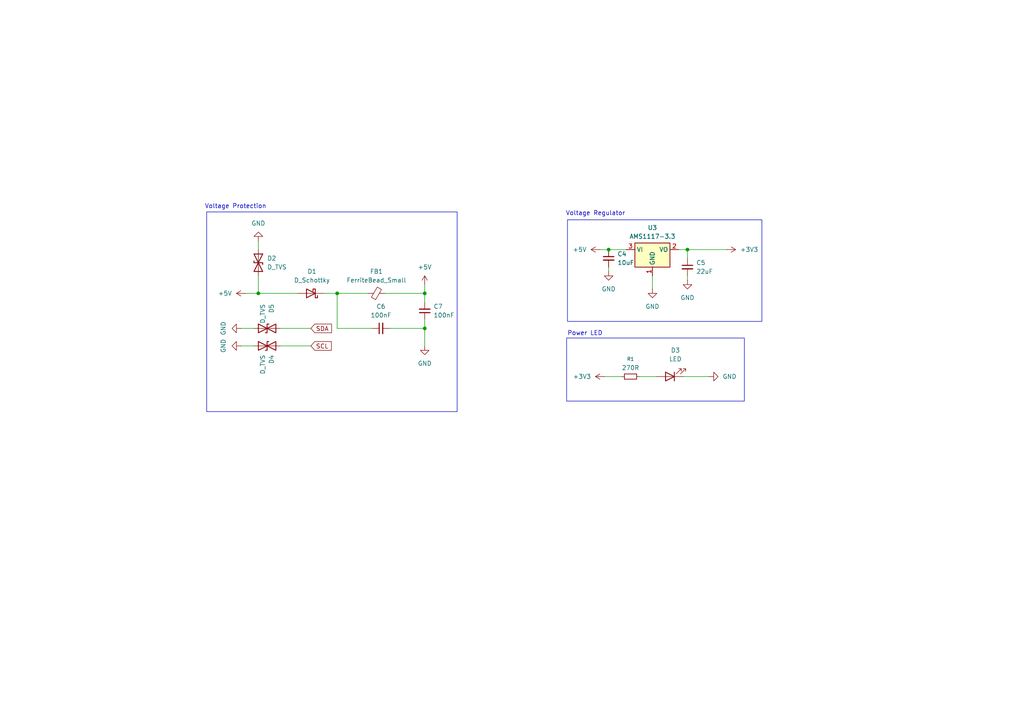
<source format=kicad_sch>
(kicad_sch (version 20250114) (generator "eeschema") (generator_version "9.0")
  (paper "A4")
  (lib_symbols
    (symbol "Device:C_Small" (pin_numbers (hide yes)) (pin_names (offset 0.254) (hide yes))
      (property "Reference" "C" (at 0.254 1.778 0))
      (property "Value" "C_Small" (at 0.254 -2.032 0))
      (symbol "C_Small_0_1"
        (polyline (pts (xy -1.524 0.508) (xy 1.524 0.508)) (stroke (width 0.3048)))
        (polyline (pts (xy -1.524 -0.508) (xy 1.524 -0.508)) (stroke (width 0.3302)))
      )
      (symbol "C_Small_1_1"
        (pin passive line (at 0 2.54 270) (length 2.032) (name "~") (number "1"))
        (pin passive line (at 0 -2.54 90) (length 2.032) (name "~") (number "2"))
      )
    )
    (symbol "Device:D_Schottky" (pin_numbers (hide yes)) (pin_names (offset 1.016) (hide yes))
      (property "Reference" "D" (at 0 2.54 0))
      (property "Value" "D_Schottky" (at 0 -2.54 0))
      (symbol "D_Schottky_0_1"
        (polyline (pts (xy -1.905 0.635) (xy -1.905 1.27) (xy -1.27 1.27) (xy -1.27 -1.27) (xy -0.635 -1.27) (xy -0.635 -0.635)) (stroke (width 0.254)))
        (polyline (pts (xy 1.27 1.27) (xy 1.27 -1.27) (xy -1.27 0) (xy 1.27 1.27)) (stroke (width 0.254)))
        (polyline (pts (xy 1.27 0) (xy -1.27 0)))
      )
      (symbol "D_Schottky_1_1"
        (pin passive line (at -3.81 0 0) (length 2.54) (name "K") (number "1"))
        (pin passive line (at 3.81 0 180) (length 2.54) (name "A") (number "2"))
      )
    )
    (symbol "Device:D_TVS" (pin_numbers (hide yes)) (pin_names (offset 1.016) (hide yes))
      (property "Reference" "D" (at 0 2.54 0))
      (property "Value" "D_TVS" (at 0 -2.54 0))
      (symbol "D_TVS_0_1"
        (polyline (pts (xy -2.54 1.27) (xy -2.54 -1.27) (xy 2.54 1.27) (xy 2.54 -1.27) (xy -2.54 1.27)) (stroke (width 0.254)))
        (polyline (pts (xy 0.508 1.27) (xy 0 1.27) (xy 0 -1.27) (xy -0.508 -1.27)) (stroke (width 0.254)))
        (polyline (pts (xy 1.27 0) (xy -1.27 0)))
      )
      (symbol "D_TVS_1_1"
        (pin passive line (at -3.81 0 0) (length 2.54) (name "A1") (number "1"))
        (pin passive line (at 3.81 0 180) (length 2.54) (name "A2") (number "2"))
      )
    )
    (symbol "Device:FerriteBead_Small" (pin_numbers (hide yes)) (pin_names (offset 0))
      (property "Reference" "FB" (at 1.905 1.27 0))
      (property "Value" "FerriteBead_Small" (at 1.905 -1.27 0))
      (symbol "FerriteBead_Small_0_1"
        (polyline (pts (xy -1.8288 0.2794) (xy -1.1176 1.4986) (xy 1.8288 -0.2032) (xy 1.1176 -1.4224) (xy -1.8288 0.2794)))
        (polyline (pts (xy 0 0.889) (xy 0 1.2954)))
        (polyline (pts (xy 0 -1.27) (xy 0 -0.7874)))
      )
      (symbol "FerriteBead_Small_1_1"
        (pin passive line (at 0 2.54 270) (length 1.27) (name "~") (number "1"))
        (pin passive line (at 0 -2.54 90) (length 1.27) (name "~") (number "2"))
      )
    )
    (symbol "Device:LED" (pin_numbers (hide yes)) (pin_names (offset 1.016) (hide yes))
      (property "Reference" "D" (at 0 2.54 0))
      (property "Value" "LED" (at 0 -2.54 0))
      (symbol "LED_0_1"
        (polyline (pts (xy -3.048 -0.762) (xy -4.572 -2.286) (xy -3.81 -2.286) (xy -4.572 -2.286) (xy -4.572 -1.524)))
        (polyline (pts (xy -1.778 -0.762) (xy -3.302 -2.286) (xy -2.54 -2.286) (xy -3.302 -2.286) (xy -3.302 -1.524)))
        (polyline (pts (xy -1.27 0) (xy 1.27 0)))
        (polyline (pts (xy -1.27 -1.27) (xy -1.27 1.27)) (stroke (width 0.254)))
        (polyline (pts (xy 1.27 -1.27) (xy 1.27 1.27) (xy -1.27 0) (xy 1.27 -1.27)) (stroke (width 0.254)))
      )
      (symbol "LED_1_1"
        (pin passive line (at -3.81 0 0) (length 2.54) (name "K") (number "1"))
        (pin passive line (at 3.81 0 180) (length 2.54) (name "A") (number "2"))
      )
    )
    (symbol "Device:R_Small" (pin_numbers (hide yes)) (pin_names (offset 0.254) (hide yes))
      (property "Reference" "R" (at 0 0 90))
      (property "Value" "R_Small" (at 1.778 0 90))
      (symbol "R_Small_0_1"
        (rectangle (start -0.762 1.778) (end 0.762 -1.778) (stroke (width 0.2032)))
      )
      (symbol "R_Small_1_1"
        (pin passive line (at 0 2.54 270) (length 0.762) (name "~") (number "1"))
        (pin passive line (at 0 -2.54 90) (length 0.762) (name "~") (number "2"))
      )
    )
    (symbol "Regulator_Linear:AMS1117-3.3"
      (property "Reference" "U" (at -3.81 3.175 0))
      (property "Value" "AMS1117-3.3" (at 0 3.175 0))
      (symbol "AMS1117-3.3_0_1"
        (rectangle (start -5.08 -5.08) (end 5.08 1.905) (stroke (width 0.254)) (fill (type background)))
      )
      (symbol "AMS1117-3.3_1_1"
        (pin power_in line (at -7.62 0 0) (length 2.54) (name "VI") (number "3"))
        (pin power_in line (at 0 -7.62 90) (length 2.54) (name "GND") (number "1"))
        (pin power_out line (at 7.62 0 180) (length 2.54) (name "VO") (number "2"))
      )
    )
    (symbol "power:+3V3" (power) (pin_numbers (hide yes)) (pin_names (offset 0) (hide yes))
      (property "Value" "+3V3" (at 0 3.556 0))
      (symbol "+3V3_0_1"
        (polyline (pts (xy -0.762 1.27) (xy 0 2.54)))
        (polyline (pts (xy 0 2.54) (xy 0.762 1.27)))
        (polyline (pts (xy 0 0) (xy 0 2.54)))
      )
      (symbol "+3V3_1_1"
        (pin power_in line (at 0 0 90) (length 0) (name "~") (number "1"))
      )
    )
    (symbol "power:+5V" (power) (pin_numbers (hide yes)) (pin_names (offset 0) (hide yes))
      (property "Value" "+5V" (at 0 3.556 0))
      (symbol "+5V_0_1"
        (polyline (pts (xy -0.762 1.27) (xy 0 2.54)))
        (polyline (pts (xy 0 2.54) (xy 0.762 1.27)))
        (polyline (pts (xy 0 0) (xy 0 2.54)))
      )
      (symbol "+5V_1_1"
        (pin power_in line (at 0 0 90) (length 0) (name "~") (number "1"))
      )
    )
    (symbol "power:GND" (power) (pin_numbers (hide yes)) (pin_names (offset 0) (hide yes))
      (property "Value" "GND" (at 0 -3.81 0))
      (symbol "GND_0_1"
        (polyline (pts (xy 0 0) (xy 0 -1.27) (xy 1.27 -1.27) (xy 0 -2.54) (xy -1.27 -1.27) (xy 0 -1.27)))
      )
      (symbol "GND_1_1"
        (pin power_in line (at 0 0 270) (length 0) (name "~") (number "1"))
      )
    )
  )
  (rectangle (start 59.944 61.468) (end 132.588 119.38))
  (rectangle (start 164.338 98.044) (end 215.9 116.332))
  (rectangle (start 164.592 63.754) (end 220.98 93.218))
  (text "Voltage Protection" (at 68.326 59.944 0) (effects (font (size 1.27 1.27))))
  (text "Power LED" (at 169.672 96.774 0) (effects (font (size 1.27 1.27))))
  (text "Voltage Regulator" (at 172.72 61.976 0) (effects (font (size 1.27 1.27))))
  (junction (at 176.53 72.39))
  (junction (at 123.19 85.09))
  (junction (at 199.39 72.39))
  (junction (at 97.79 85.09))
  (junction (at 74.93 85.09))
  (junction (at 123.19 95.25))
  (wire (pts (xy 199.39 72.39) (xy 210.82 72.39)))
  (wire (pts (xy 196.85 72.39) (xy 199.39 72.39)))
  (wire (pts (xy 198.12 109.22) (xy 205.74 109.22)))
  (wire (pts (xy 113.03 95.25) (xy 123.19 95.25)))
  (wire (pts (xy 199.39 74.93) (xy 199.39 72.39)))
  (wire (pts (xy 73.66 95.25) (xy 69.85 95.25)))
  (wire (pts (xy 74.93 80.01) (xy 74.93 85.09)))
  (wire (pts (xy 73.66 100.33) (xy 69.85 100.33)))
  (wire (pts (xy 189.23 80.01) (xy 189.23 83.82)))
  (wire (pts (xy 93.98 85.09) (xy 97.79 85.09)))
  (wire (pts (xy 81.28 95.25) (xy 90.17 95.25)))
  (wire (pts (xy 111.76 85.09) (xy 123.19 85.09)))
  (wire (pts (xy 97.79 85.09) (xy 106.68 85.09)))
  (wire (pts (xy 123.19 85.09) (xy 123.19 82.55)))
  (wire (pts (xy 97.79 85.09) (xy 97.79 95.25)))
  (wire (pts (xy 123.19 85.09) (xy 123.19 87.63)))
  (wire (pts (xy 185.42 109.22) (xy 190.5 109.22)))
  (wire (pts (xy 81.28 100.33) (xy 90.17 100.33)))
  (wire (pts (xy 123.19 95.25) (xy 123.19 92.71)))
  (wire (pts (xy 71.12 85.09) (xy 74.93 85.09)))
  (wire (pts (xy 173.99 72.39) (xy 176.53 72.39)))
  (wire (pts (xy 123.19 95.25) (xy 123.19 100.33)))
  (wire (pts (xy 74.93 69.85) (xy 74.93 72.39)))
  (wire (pts (xy 175.26 109.22) (xy 180.34 109.22)))
  (wire (pts (xy 176.53 77.47) (xy 176.53 78.74)))
  (wire (pts (xy 97.79 95.25) (xy 107.95 95.25)))
  (wire (pts (xy 176.53 72.39) (xy 181.61 72.39)))
  (wire (pts (xy 199.39 81.28) (xy 199.39 80.01)))
  (wire (pts (xy 74.93 85.09) (xy 86.36 85.09)))
  (global_label "SDA" (shape input) (at 90.17 95.25 0) (property "Intersheetrefs" "${INTERSHEET_REFS}" (effects (hide yes))))
  (global_label "SCL" (shape input) (at 90.17 100.33 0) (property "Intersheetrefs" "${INTERSHEET_REFS}" (effects (hide yes))))
  (symbol (lib_id "Device:D_TVS") (at 77.47 100.33 0) (unit 1)
    (property "Reference" "D4" (at 78.7401 102.87 90) (effects (justify right)))
    (property "Value" "D_TVS" (at 76.2001 102.87 90) (effects (justify right)))
    (property "Footprint" "Diode_SMD:D_SOD-323_HandSoldering" (effects (hide yes)))
    (property "Description" "Bidirectional transient-voltage-suppression diode" (effects (hide yes)))
  )
  (symbol (lib_id "power:GND") (at 176.53 78.74 0) (unit 1)
    (property "Reference" "#PWR020" (effects (hide yes)))
    (property "Value" "GND" (at 176.53 83.82 0))
    (property "Description" "Power symbol creates a global label with name \"GND\" , ground" (effects (hide yes)))
  )
  (symbol (lib_id "power:GND") (at 69.85 95.25 270) (unit 1)
    (property "Reference" "#PWR025" (effects (hide yes)))
    (property "Value" "GND" (at 64.77 95.25 0))
    (property "Description" "Power symbol creates a global label with name \"GND\" , ground" (effects (hide yes)))
  )
  (symbol (lib_id "power:GND") (at 189.23 83.82 0) (unit 1)
    (property "Reference" "#PWR018" (effects (hide yes)))
    (property "Value" "GND" (at 189.23 88.9 0))
    (property "Description" "Power symbol creates a global label with name \"GND\" , ground" (effects (hide yes)))
  )
  (symbol (lib_id "power:+5V") (at 71.12 85.09 90) (unit 1)
    (property "Reference" "#PWR023" (effects (hide yes)))
    (property "Value" "+5V" (at 67.31 85.0899 90) (effects (justify left)))
    (property "Description" "Power symbol creates a global label with name \"+5V\"" (effects (hide yes)))
  )
  (symbol (lib_id "power:+3V3") (at 210.82 72.39 270) (unit 1)
    (property "Reference" "#PWR017" (effects (hide yes)))
    (property "Value" "+3V3" (at 214.63 72.3899 90) (effects (justify left)))
    (property "Description" "Power symbol creates a global label with name \"+3V3\"" (effects (hide yes)))
  )
  (symbol (lib_id "Device:C_Small") (at 176.53 74.93 0) (unit 1)
    (property "Reference" "C4" (at 179.07 73.6662 0) (effects (justify left)))
    (property "Value" "10uF" (at 179.07 76.2062 0) (effects (justify left)))
    (property "Footprint" "Capacitor_SMD:C_0805_2012Metric_Pad1.18x1.45mm_HandSolder" (effects (hide yes)))
    (property "Description" "Unpolarized capacitor, small symbol" (effects (hide yes)))
  )
  (symbol (lib_id "Device:D_TVS") (at 74.93 76.2 270) (unit 1)
    (property "Reference" "D2" (at 77.47 74.9299 90) (effects (justify left)))
    (property "Value" "D_TVS" (at 77.47 77.4699 90) (effects (justify left)))
    (property "Footprint" "Diode_SMD:D_SMB" (effects (hide yes)))
    (property "Description" "Bidirectional transient-voltage-suppression diode" (effects (hide yes)))
  )
  (symbol (lib_id "power:GND") (at 74.93 69.85 0) (mirror x) (unit 1)
    (property "Reference" "#PWR01" (effects (hide yes)))
    (property "Value" "GND" (at 74.93 64.77 0))
    (property "Description" "Power symbol creates a global label with name \"GND\" , ground" (effects (hide yes)))
  )
  (symbol (lib_id "power:+3V3") (at 175.26 109.22 90) (unit 1)
    (property "Reference" "#PWR015" (effects (hide yes)))
    (property "Value" "+3V3" (at 171.45 109.2199 90) (effects (justify left)))
    (property "Description" "Power symbol creates a global label with name \"+3V3\"" (effects (hide yes)))
  )
  (symbol (lib_id "power:+5V") (at 173.99 72.39 90) (unit 1)
    (property "Reference" "#PWR016" (effects (hide yes)))
    (property "Value" "+5V" (at 170.18 72.3899 90) (effects (justify left)))
    (property "Description" "Power symbol creates a global label with name \"+5V\"" (effects (hide yes)))
  )
  (symbol (lib_id "Device:C_Small") (at 123.19 90.17 180) (unit 1)
    (property "Reference" "C7" (at 125.73 88.8935 0) (effects (justify right)))
    (property "Value" "100nF" (at 125.73 91.4335 0) (effects (justify right)))
    (property "Footprint" "Capacitor_SMD:C_0805_2012Metric_Pad1.18x1.45mm_HandSolder" (effects (hide yes)))
    (property "Description" "Unpolarized capacitor, small symbol" (effects (hide yes)))
  )
  (symbol (lib_id "Device:D_TVS") (at 77.47 95.25 0) (unit 1)
    (property "Reference" "D5" (at 78.74 88.138 90) (effects (justify right)))
    (property "Value" "D_TVS" (at 76.2 88.138 90) (effects (justify right)))
    (property "Footprint" "Diode_SMD:D_SOD-323_HandSoldering" (effects (hide yes)))
    (property "Description" "Bidirectional transient-voltage-suppression diode" (effects (hide yes)))
  )
  (symbol (lib_id "Device:FerriteBead_Small") (at 109.22 85.09 90) (unit 1)
    (property "Reference" "FB1" (at 109.1819 78.74 90))
    (property "Value" "FerriteBead_Small" (at 109.1819 81.28 90))
    (property "Footprint" "Inductor_SMD:L_0805_2012Metric_Pad1.05x1.20mm_HandSolder" (effects (hide yes)))
    (property "Description" "Ferrite bead, small symbol" (effects (hide yes)))
  )
  (symbol (lib_id "power:+5V") (at 123.19 82.55 0) (unit 1)
    (property "Reference" "#PWR021" (effects (hide yes)))
    (property "Value" "+5V" (at 123.19 77.47 0))
    (property "Description" "Power symbol creates a global label with name \"+5V\"" (effects (hide yes)))
  )
  (symbol (lib_id "Device:D_Schottky") (at 90.17 85.09 180) (unit 1)
    (property "Reference" "D1" (at 90.4875 78.74 0))
    (property "Value" "D_Schottky" (at 90.4875 81.28 0))
    (property "Footprint" "Diode_SMD:D_SOD-123F" (effects (hide yes)))
    (property "Description" "Schottky diode" (effects (hide yes)))
  )
  (symbol (lib_id "Regulator_Linear:AMS1117-3.3") (at 189.23 72.39 0) (unit 1)
    (property "Reference" "U3" (at 189.23 66.04 0))
    (property "Value" "AMS1117-3.3" (at 189.23 68.58 0))
    (property "Footprint" "Package_TO_SOT_SMD:SOT-223-3_TabPin2" (effects (hide yes)))
    (property "Datasheet" "http://www.advanced-monolithic.com/pdf/ds1117.pdf" (effects (hide yes)))
    (property "Description" "1A Low Dropout regulator, positive, 3.3V fixed output, SOT-223" (effects (hide yes)))
  )
  (symbol (lib_id "power:GND") (at 69.85 100.33 270) (unit 1)
    (property "Reference" "#PWR026" (effects (hide yes)))
    (property "Value" "GND" (at 64.77 100.33 0))
    (property "Description" "Power symbol creates a global label with name \"GND\" , ground" (effects (hide yes)))
  )
  (symbol (lib_id "power:GND") (at 199.39 81.28 0) (unit 1)
    (property "Reference" "#PWR019" (effects (hide yes)))
    (property "Value" "GND" (at 199.39 86.36 0))
    (property "Description" "Power symbol creates a global label with name \"GND\" , ground" (effects (hide yes)))
  )
  (symbol (lib_id "Device:R_Small") (at 182.88 109.22 90) (unit 1)
    (property "Reference" "R1" (at 182.88 104.14 90) (effects (font (size 1.016 1.016))))
    (property "Value" "270R" (at 182.88 106.68 90))
    (property "Footprint" "Resistor_SMD:R_0805_2012Metric_Pad1.20x1.40mm_HandSolder" (effects (hide yes)))
    (property "Description" "Resistor, small symbol" (effects (hide yes)))
  )
  (symbol (lib_id "Device:C_Small") (at 199.39 77.47 0) (unit 1)
    (property "Reference" "C5" (at 201.93 76.2062 0) (effects (justify left)))
    (property "Value" "22uF" (at 201.93 78.7462 0) (effects (justify left)))
    (property "Footprint" "Capacitor_SMD:C_0805_2012Metric_Pad1.18x1.45mm_HandSolder" (effects (hide yes)))
    (property "Description" "Unpolarized capacitor, small symbol" (effects (hide yes)))
  )
  (symbol (lib_id "power:GND") (at 123.19 100.33 0) (mirror y) (unit 1)
    (property "Reference" "#PWR024" (effects (hide yes)))
    (property "Value" "GND" (at 123.19 105.41 0))
    (property "Description" "Power symbol creates a global label with name \"GND\" , ground" (effects (hide yes)))
  )
  (symbol (lib_id "power:GND") (at 205.74 109.22 90) (unit 1)
    (property "Reference" "#PWR022" (effects (hide yes)))
    (property "Value" "GND" (at 209.55 109.2199 90) (effects (justify right)))
    (property "Description" "Power symbol creates a global label with name \"GND\" , ground" (effects (hide yes)))
  )
  (symbol (lib_id "Device:LED") (at 194.31 109.22 180) (unit 1)
    (property "Reference" "D3" (at 195.8975 101.6 0))
    (property "Value" "LED" (at 195.8975 104.14 0))
    (property "Footprint" "LED_SMD:LED_0805_2012Metric_Pad1.15x1.40mm_HandSolder" (effects (hide yes)))
    (property "Description" "Light emitting diode" (effects (hide yes)))
    (property "Sim.Pins" "1=K 2=A" (effects (hide yes)))
  )
  (symbol (lib_id "Device:C_Small") (at 110.49 95.25 90) (unit 1)
    (property "Reference" "C6" (at 110.4963 88.9 90))
    (property "Value" "100nF" (at 110.4963 91.44 90))
    (property "Footprint" "Capacitor_SMD:C_0805_2012Metric_Pad1.18x1.45mm_HandSolder" (effects (hide yes)))
    (property "Description" "Unpolarized capacitor, small symbol" (effects (hide yes)))
  )
)
</source>
